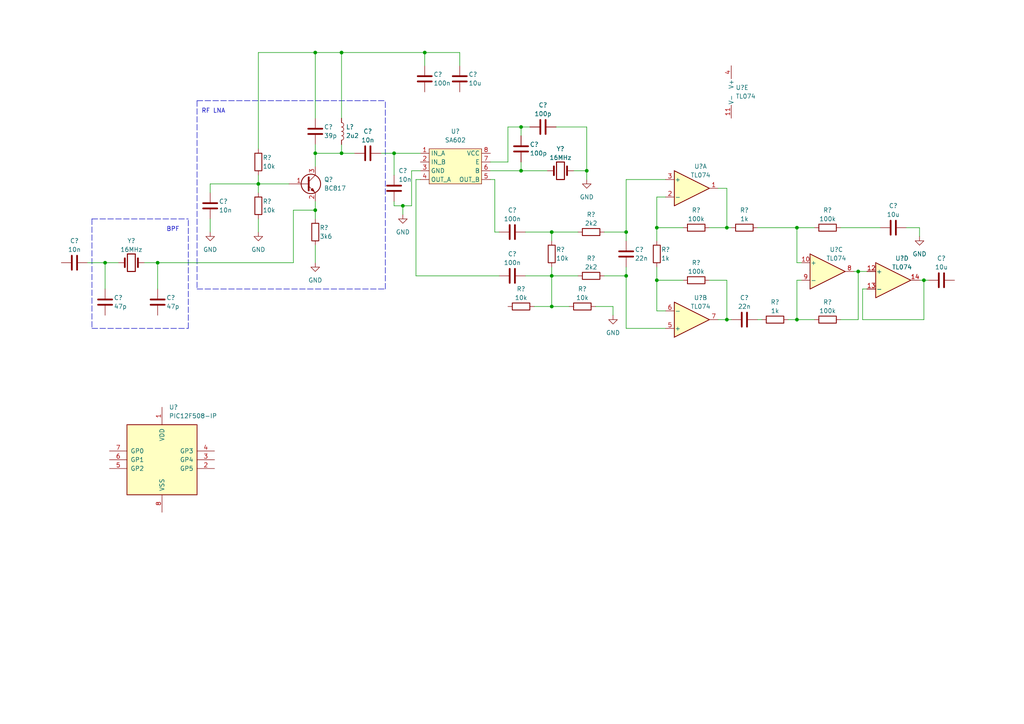
<source format=kicad_sch>
(kicad_sch (version 20211123) (generator eeschema)
  (paper "A4")
  (lib_symbols
    (symbol "Amplifier_Operational:TL074" (pin_names (offset 0.127))
      (property "Reference" "U" (at 0 5.08 0))
      (property "Value" "TL074" (at 0 -5.08 0))
      (symbol "TL074_1_1"
        (polyline (pts (xy -5.08 5.08) (xy 5.08 0) (xy -5.08 -5.08) (xy -5.08 5.08)) (stroke (width 0.254)) (fill (type background)))
        (pin output line (at 7.62 0 180) (length 2.54) (name "~") (number "1"))
        (pin input line (at -7.62 -2.54 0) (length 2.54) (name "-") (number "2"))
        (pin input line (at -7.62 2.54 0) (length 2.54) (name "+") (number "3"))
      )
      (symbol "TL074_2_1"
        (polyline (pts (xy -5.08 5.08) (xy 5.08 0) (xy -5.08 -5.08) (xy -5.08 5.08)) (stroke (width 0.254)) (fill (type background)))
        (pin input line (at -7.62 2.54 0) (length 2.54) (name "+") (number "5"))
        (pin input line (at -7.62 -2.54 0) (length 2.54) (name "-") (number "6"))
        (pin output line (at 7.62 0 180) (length 2.54) (name "~") (number "7"))
      )
      (symbol "TL074_3_1"
        (polyline (pts (xy -5.08 5.08) (xy 5.08 0) (xy -5.08 -5.08) (xy -5.08 5.08)) (stroke (width 0.254)) (fill (type background)))
        (pin input line (at -7.62 2.54 0) (length 2.54) (name "+") (number "10"))
        (pin output line (at 7.62 0 180) (length 2.54) (name "~") (number "8"))
        (pin input line (at -7.62 -2.54 0) (length 2.54) (name "-") (number "9"))
      )
      (symbol "TL074_4_1"
        (polyline (pts (xy -5.08 5.08) (xy 5.08 0) (xy -5.08 -5.08) (xy -5.08 5.08)) (stroke (width 0.254)) (fill (type background)))
        (pin input line (at -7.62 2.54 0) (length 2.54) (name "+") (number "12"))
        (pin input line (at -7.62 -2.54 0) (length 2.54) (name "-") (number "13"))
        (pin output line (at 7.62 0 180) (length 2.54) (name "~") (number "14"))
      )
      (symbol "TL074_5_1"
        (pin power_in line (at -2.54 -7.62 90) (length 3.81) (name "V-") (number "11"))
        (pin power_in line (at -2.54 7.62 270) (length 3.81) (name "V+") (number "4"))
      )
    )
    (symbol "Device:C" (pin_numbers hide) (pin_names (offset 0.254))
      (property "Reference" "C" (at 0.635 2.54 0))
      (property "Value" "C" (at 0.635 -2.54 0))
      (symbol "C_0_1"
        (polyline (pts (xy -2.032 -0.762) (xy 2.032 -0.762)) (stroke (width 0.508)))
        (polyline (pts (xy -2.032 0.762) (xy 2.032 0.762)) (stroke (width 0.508)))
      )
      (symbol "C_1_1"
        (pin passive line (at 0 3.81 270) (length 2.794) (name "~") (number "1"))
        (pin passive line (at 0 -3.81 90) (length 2.794) (name "~") (number "2"))
      )
    )
    (symbol "Device:Crystal" (pin_numbers hide) (pin_names (offset 1.016) hide)
      (property "Reference" "Y" (at 0 3.81 0))
      (property "Value" "Crystal" (at 0 -3.81 0))
      (symbol "Crystal_0_1"
        (rectangle (start -1.143 2.54) (end 1.143 -2.54) (stroke (width 0.3048)))
        (polyline (pts (xy -2.54 0) (xy -1.905 0)))
        (polyline (pts (xy -1.905 -1.27) (xy -1.905 1.27)) (stroke (width 0.508)))
        (polyline (pts (xy 1.905 -1.27) (xy 1.905 1.27)) (stroke (width 0.508)))
        (polyline (pts (xy 2.54 0) (xy 1.905 0)))
      )
      (symbol "Crystal_1_1"
        (pin passive line (at -3.81 0 0) (length 1.27) (name "1") (number "1"))
        (pin passive line (at 3.81 0 180) (length 1.27) (name "2") (number "2"))
      )
    )
    (symbol "Device:L" (pin_numbers hide) (pin_names (offset 1.016) hide)
      (property "Reference" "L" (at -1.27 0 90))
      (property "Value" "L" (at 1.905 0 90))
      (symbol "L_0_1"
        (arc (start 0 -2.54) (mid 0.635 -1.905) (end 0 -1.27))
        (arc (start 0 -1.27) (mid 0.635 -0.635) (end 0 0))
        (arc (start 0 0) (mid 0.635 0.635) (end 0 1.27))
        (arc (start 0 1.27) (mid 0.635 1.905) (end 0 2.54))
      )
      (symbol "L_1_1"
        (pin passive line (at 0 3.81 270) (length 1.27) (name "1") (number "1"))
        (pin passive line (at 0 -3.81 90) (length 1.27) (name "2") (number "2"))
      )
    )
    (symbol "Device:R" (pin_numbers hide) (pin_names (offset 0))
      (property "Reference" "R" (at 2.032 0 90))
      (property "Value" "R" (at 0 0 90))
      (symbol "R_0_1"
        (rectangle (start -1.016 -2.54) (end 1.016 2.54) (stroke (width 0.254)))
      )
      (symbol "R_1_1"
        (pin passive line (at 0 3.81 270) (length 1.27) (name "~") (number "1"))
        (pin passive line (at 0 -3.81 90) (length 1.27) (name "~") (number "2"))
      )
    )
    (symbol "MCU_Microchip_PIC12:PIC12F508-IP" (pin_names (offset 1.016))
      (property "Reference" "U" (at 1.27 13.97 0))
      (property "Value" "PIC12F508-IP" (at 1.27 11.43 0))
      (symbol "PIC12F508-IP_0_1"
        (rectangle (start 10.16 -10.16) (end -10.16 10.16) (stroke (width 0.254)) (fill (type background)))
      )
      (symbol "PIC12F508-IP_1_1"
        (pin power_in line (at 0 15.24 270) (length 5.08) (name "VDD") (number "1"))
        (pin bidirectional line (at 15.24 -2.54 180) (length 5.08) (name "GP5") (number "2"))
        (pin bidirectional line (at 15.24 0 180) (length 5.08) (name "GP4") (number "3"))
        (pin input line (at 15.24 2.54 180) (length 5.08) (name "GP3") (number "4"))
        (pin bidirectional line (at -15.24 -2.54 0) (length 5.08) (name "GP2") (number "5"))
        (pin bidirectional line (at -15.24 0 0) (length 5.08) (name "GP1") (number "6"))
        (pin bidirectional line (at -15.24 2.54 0) (length 5.08) (name "GP0") (number "7"))
        (pin power_in line (at 0 -15.24 90) (length 5.08) (name "VSS") (number "8"))
      )
    )
    (symbol "Transistor_BJT:BC817" (pin_names (offset 0) hide)
      (property "Reference" "Q" (at 5.08 1.905 0))
      (property "Value" "BC817" (at 5.08 0 0))
      (symbol "BC817_0_1"
        (polyline (pts (xy 0.635 0.635) (xy 2.54 2.54)))
        (polyline (pts (xy 0.635 -0.635) (xy 2.54 -2.54) (xy 2.54 -2.54)))
        (polyline (pts (xy 0.635 1.905) (xy 0.635 -1.905) (xy 0.635 -1.905)) (stroke (width 0.508)))
        (polyline (pts (xy 1.27 -1.778) (xy 1.778 -1.27) (xy 2.286 -2.286) (xy 1.27 -1.778) (xy 1.27 -1.778)) (fill (type outline)))
        (circle (center 1.27 0) (radius 2.8194) (stroke (width 0.254)))
      )
      (symbol "BC817_1_1"
        (pin input line (at -5.08 0 0) (length 5.715) (name "B") (number "1"))
        (pin passive line (at 2.54 -5.08 90) (length 2.54) (name "E") (number "2"))
        (pin passive line (at 2.54 5.08 270) (length 2.54) (name "C") (number "3"))
      )
    )
    (symbol "bpsk_symbols:SA602"
      (property "Reference" "U" (at 0 6.35 0))
      (property "Value" "SA602" (at 0 -6.35 0))
      (symbol "SA602_0_1"
        (rectangle (start -7.62 5.08) (end 7.62 -5.08) (fill (type background)))
      )
      (symbol "SA602_1_1"
        (pin input line (at -10.16 3.81 0) (length 2.54) (name "IN_A") (number "1"))
        (pin input line (at -10.16 1.27 0) (length 2.54) (name "IN_B") (number "2"))
        (pin power_in line (at -10.16 -1.27 0) (length 2.54) (name "GND") (number "3"))
        (pin output line (at -10.16 -3.81 0) (length 2.54) (name "OUT_A") (number "4"))
        (pin output line (at 10.16 -3.81 180) (length 2.54) (name "OUT_B") (number "5"))
        (pin input line (at 10.16 -1.27 180) (length 2.54) (name "B") (number "6"))
        (pin output line (at 10.16 1.27 180) (length 2.54) (name "E") (number "7"))
        (pin power_in line (at 10.16 3.81 180) (length 2.54) (name "VCC") (number "8"))
      )
    )
    (symbol "power:GND" (power) (pin_names (offset 0))
      (property "Value" "GND" (at 0 -3.81 0))
      (symbol "GND_0_1"
        (polyline (pts (xy 0 0) (xy 0 -1.27) (xy 1.27 -1.27) (xy 0 -2.54) (xy -1.27 -1.27) (xy 0 -1.27)))
      )
      (symbol "GND_1_1"
        (pin power_in line (at 0 0 270) (length 0) hide (name "GND") (number "1"))
      )
    )
  )
  (junction (at 210.82 92.71))
  (junction (at 181.61 80.01))
  (junction (at 170.18 49.53))
  (junction (at 231.14 92.71))
  (junction (at 210.82 66.04))
  (junction (at 45.72 76.2))
  (junction (at 267.97 81.28))
  (junction (at 99.06 15.24))
  (junction (at 160.02 67.31))
  (junction (at 30.48 76.2))
  (junction (at 160.02 88.9))
  (junction (at 91.44 60.96))
  (junction (at 116.84 59.69))
  (junction (at 231.14 66.04))
  (junction (at 190.5 66.04))
  (junction (at 91.44 44.45))
  (junction (at 123.19 15.24))
  (junction (at 151.13 36.83))
  (junction (at 99.06 44.45))
  (junction (at 181.61 67.31))
  (junction (at 91.44 15.24))
  (junction (at 74.93 53.34))
  (junction (at 114.3 44.45))
  (junction (at 160.02 80.01))
  (junction (at 151.13 49.53))
  (junction (at 190.5 81.28))
  (junction (at 248.92 78.74))
  (wire (pts (xy 152.4 67.31) (xy 160.02 67.31)))
  (wire (pts (xy 175.26 67.31) (xy 181.61 67.31)))
  (wire (pts (xy 205.74 81.28) (xy 210.82 81.28)))
  (wire (pts (xy 85.09 76.2) (xy 85.09 60.96)))
  (wire (pts (xy 232.41 81.28) (xy 231.14 81.28)))
  (wire (pts (xy 142.24 49.53) (xy 151.13 49.53)))
  (wire (pts (xy 151.13 36.83) (xy 153.67 36.83)))
  (wire (pts (xy 123.19 15.24) (xy 133.35 15.24)))
  (wire (pts (xy 266.7 66.04) (xy 266.7 68.58)))
  (wire (pts (xy 181.61 80.01) (xy 181.61 77.47)))
  (wire (pts (xy 25.4 76.2) (xy 30.48 76.2)))
  (wire (pts (xy 190.5 90.17) (xy 193.04 90.17)))
  (wire (pts (xy 262.89 66.04) (xy 266.7 66.04)))
  (wire (pts (xy 30.48 76.2) (xy 34.29 76.2)))
  (wire (pts (xy 166.37 49.53) (xy 170.18 49.53)))
  (wire (pts (xy 154.94 88.9) (xy 160.02 88.9)))
  (wire (pts (xy 60.96 55.88) (xy 60.96 53.34)))
  (wire (pts (xy 60.96 53.34) (xy 74.93 53.34)))
  (wire (pts (xy 91.44 44.45) (xy 91.44 48.26)))
  (wire (pts (xy 114.3 44.45) (xy 121.92 44.45)))
  (wire (pts (xy 177.8 88.9) (xy 177.8 91.44)))
  (wire (pts (xy 114.3 58.42) (xy 114.3 59.69)))
  (wire (pts (xy 114.3 59.69) (xy 116.84 59.69)))
  (wire (pts (xy 147.32 46.99) (xy 147.32 36.83)))
  (wire (pts (xy 247.65 78.74) (xy 248.92 78.74)))
  (wire (pts (xy 74.93 43.18) (xy 74.93 15.24)))
  (wire (pts (xy 210.82 92.71) (xy 208.28 92.71)))
  (wire (pts (xy 120.65 80.01) (xy 144.78 80.01)))
  (polyline (pts (xy 26.67 63.5) (xy 54.61 63.5)))
  (wire (pts (xy 45.72 76.2) (xy 45.72 83.82)))
  (wire (pts (xy 172.72 88.9) (xy 177.8 88.9)))
  (wire (pts (xy 232.41 76.2) (xy 231.14 76.2)))
  (wire (pts (xy 41.91 76.2) (xy 45.72 76.2)))
  (wire (pts (xy 143.51 52.07) (xy 143.51 67.31)))
  (wire (pts (xy 116.84 59.69) (xy 116.84 62.23)))
  (wire (pts (xy 60.96 63.5) (xy 60.96 67.31)))
  (wire (pts (xy 151.13 36.83) (xy 151.13 39.37)))
  (wire (pts (xy 210.82 92.71) (xy 212.09 92.71)))
  (wire (pts (xy 160.02 67.31) (xy 160.02 69.85)))
  (wire (pts (xy 91.44 15.24) (xy 99.06 15.24)))
  (wire (pts (xy 165.1 88.9) (xy 160.02 88.9)))
  (wire (pts (xy 248.92 78.74) (xy 251.46 78.74)))
  (wire (pts (xy 74.93 50.8) (xy 74.93 53.34)))
  (polyline (pts (xy 57.15 29.21) (xy 111.76 29.21)))
  (wire (pts (xy 74.93 53.34) (xy 83.82 53.34)))
  (wire (pts (xy 91.44 71.12) (xy 91.44 76.2)))
  (wire (pts (xy 175.26 80.01) (xy 181.61 80.01)))
  (wire (pts (xy 91.44 41.91) (xy 91.44 44.45)))
  (wire (pts (xy 181.61 52.07) (xy 181.61 67.31)))
  (wire (pts (xy 251.46 83.82) (xy 250.19 83.82)))
  (wire (pts (xy 219.71 66.04) (xy 231.14 66.04)))
  (wire (pts (xy 181.61 95.25) (xy 181.61 80.01)))
  (wire (pts (xy 45.72 76.2) (xy 85.09 76.2)))
  (wire (pts (xy 74.93 15.24) (xy 91.44 15.24)))
  (wire (pts (xy 267.97 92.71) (xy 267.97 81.28)))
  (polyline (pts (xy 54.61 95.25) (xy 54.61 63.5)))
  (wire (pts (xy 190.5 77.47) (xy 190.5 81.28)))
  (wire (pts (xy 170.18 49.53) (xy 170.18 52.07)))
  (wire (pts (xy 99.06 44.45) (xy 102.87 44.45)))
  (wire (pts (xy 190.5 66.04) (xy 190.5 57.15)))
  (wire (pts (xy 210.82 81.28) (xy 210.82 92.71)))
  (wire (pts (xy 152.4 80.01) (xy 160.02 80.01)))
  (wire (pts (xy 210.82 66.04) (xy 212.09 66.04)))
  (wire (pts (xy 190.5 66.04) (xy 198.12 66.04)))
  (wire (pts (xy 143.51 67.31) (xy 144.78 67.31)))
  (wire (pts (xy 151.13 49.53) (xy 158.75 49.53)))
  (wire (pts (xy 210.82 66.04) (xy 210.82 54.61)))
  (wire (pts (xy 170.18 36.83) (xy 170.18 49.53)))
  (wire (pts (xy 190.5 81.28) (xy 198.12 81.28)))
  (wire (pts (xy 267.97 81.28) (xy 266.7 81.28)))
  (wire (pts (xy 160.02 88.9) (xy 160.02 80.01)))
  (wire (pts (xy 121.92 49.53) (xy 119.38 49.53)))
  (wire (pts (xy 74.93 53.34) (xy 74.93 55.88)))
  (wire (pts (xy 119.38 49.53) (xy 119.38 59.69)))
  (wire (pts (xy 248.92 92.71) (xy 248.92 78.74)))
  (wire (pts (xy 250.19 92.71) (xy 267.97 92.71)))
  (wire (pts (xy 193.04 95.25) (xy 181.61 95.25)))
  (wire (pts (xy 231.14 76.2) (xy 231.14 66.04)))
  (wire (pts (xy 74.93 63.5) (xy 74.93 67.31)))
  (wire (pts (xy 133.35 15.24) (xy 133.35 19.05)))
  (wire (pts (xy 210.82 54.61) (xy 208.28 54.61)))
  (wire (pts (xy 30.48 76.2) (xy 30.48 83.82)))
  (wire (pts (xy 99.06 15.24) (xy 123.19 15.24)))
  (wire (pts (xy 243.84 92.71) (xy 248.92 92.71)))
  (wire (pts (xy 121.92 52.07) (xy 120.65 52.07)))
  (wire (pts (xy 99.06 15.24) (xy 99.06 34.29)))
  (wire (pts (xy 231.14 66.04) (xy 236.22 66.04)))
  (wire (pts (xy 243.84 66.04) (xy 255.27 66.04)))
  (wire (pts (xy 120.65 52.07) (xy 120.65 80.01)))
  (wire (pts (xy 231.14 81.28) (xy 231.14 92.71)))
  (wire (pts (xy 228.6 92.71) (xy 231.14 92.71)))
  (wire (pts (xy 91.44 60.96) (xy 91.44 63.5)))
  (wire (pts (xy 151.13 46.99) (xy 151.13 49.53)))
  (wire (pts (xy 123.19 15.24) (xy 123.19 19.05)))
  (wire (pts (xy 205.74 66.04) (xy 210.82 66.04)))
  (wire (pts (xy 142.24 46.99) (xy 147.32 46.99)))
  (wire (pts (xy 190.5 81.28) (xy 190.5 90.17)))
  (wire (pts (xy 160.02 77.47) (xy 160.02 80.01)))
  (wire (pts (xy 267.97 81.28) (xy 269.24 81.28)))
  (wire (pts (xy 110.49 44.45) (xy 114.3 44.45)))
  (wire (pts (xy 91.44 15.24) (xy 91.44 34.29)))
  (wire (pts (xy 85.09 60.96) (xy 91.44 60.96)))
  (wire (pts (xy 116.84 59.69) (xy 119.38 59.69)))
  (wire (pts (xy 114.3 44.45) (xy 114.3 50.8)))
  (wire (pts (xy 181.61 67.31) (xy 181.61 69.85)))
  (wire (pts (xy 99.06 41.91) (xy 99.06 44.45)))
  (wire (pts (xy 190.5 57.15) (xy 193.04 57.15)))
  (polyline (pts (xy 26.67 63.5) (xy 26.67 95.25)))
  (wire (pts (xy 161.29 36.83) (xy 170.18 36.83)))
  (wire (pts (xy 219.71 92.71) (xy 220.98 92.71)))
  (wire (pts (xy 190.5 69.85) (xy 190.5 66.04)))
  (wire (pts (xy 193.04 52.07) (xy 181.61 52.07)))
  (polyline (pts (xy 26.67 95.25) (xy 54.61 95.25)))
  (polyline (pts (xy 57.15 83.82) (xy 111.76 83.82)))
  (wire (pts (xy 231.14 92.71) (xy 236.22 92.71)))
  (wire (pts (xy 99.06 44.45) (xy 91.44 44.45)))
  (wire (pts (xy 142.24 52.07) (xy 143.51 52.07)))
  (wire (pts (xy 160.02 67.31) (xy 167.64 67.31)))
  (wire (pts (xy 91.44 58.42) (xy 91.44 60.96)))
  (polyline (pts (xy 111.76 83.82) (xy 111.76 29.21)))
  (polyline (pts (xy 57.15 29.21) (xy 57.15 83.82)))
  (wire (pts (xy 147.32 36.83) (xy 151.13 36.83)))
  (wire (pts (xy 160.02 80.01) (xy 167.64 80.01)))
  (wire (pts (xy 250.19 83.82) (xy 250.19 92.71)))
  (text "RF LNA" (at 58.42 33.02 0) (effects (font (size 1.27 1.27)) (justify left bottom)))
  (text "BPF" (at 48.26 67.31 0) (effects (font (size 1.27 1.27)) (justify left bottom)))
  (symbol (lib_id "power:GND") (at 177.8 91.44 0) (unit 1)
    (property "Reference" "#PWR?" (effects hide))
    (property "Value" "GND" (at 177.8 96.52 0))
  )
  (symbol (lib_id "Device:R") (at 201.93 66.04 90) (unit 1)
    (property "Reference" "R?" (at 201.93 60.96 90))
    (property "Value" "100k" (at 201.93 63.5 90))
  )
  (symbol (lib_id "Transistor_BJT:BC817") (at 88.9 53.34 0) (unit 1)
    (property "Reference" "Q?" (at 93.98 52.0699 0) (effects (justify left)))
    (property "Value" "BC817" (at 93.98 54.6099 0) (effects (justify left)))
    (property "Footprint" "Package_TO_SOT_SMD:SOT-23" (effects hide))
    (property "Datasheet" "https://www.onsemi.com/pub/Collateral/BC818-D.pdf" (effects hide))
  )
  (symbol (lib_id "Device:R") (at 91.44 67.31 0) (unit 1)
    (property "Reference" "R?" (at 92.71 66.04 0) (effects (justify left)))
    (property "Value" "3k6" (at 92.71 68.58 0) (effects (justify left)))
  )
  (symbol (lib_id "Device:R") (at 168.91 88.9 90) (unit 1)
    (property "Reference" "R?" (at 168.91 83.82 90))
    (property "Value" "10k" (at 168.91 86.36 90))
  )
  (symbol (lib_id "Device:C") (at 148.59 80.01 270) (unit 1)
    (property "Reference" "C?" (at 148.59 73.66 90))
    (property "Value" "100n" (at 148.59 76.2 90))
  )
  (symbol (lib_id "Device:Crystal") (at 38.1 76.2 0) (unit 1)
    (property "Reference" "Y?" (at 38.1 69.85 0))
    (property "Value" "16MHz" (at 38.1 72.39 0))
  )
  (symbol (lib_id "Device:R") (at 74.93 59.69 0) (unit 1)
    (property "Reference" "R?" (at 76.2 58.42 0) (effects (justify left)))
    (property "Value" "10k" (at 76.2 60.96 0) (effects (justify left)))
  )
  (symbol (lib_id "Device:C") (at 273.05 81.28 270) (unit 1)
    (property "Reference" "C?" (at 273.05 74.93 90))
    (property "Value" "10u" (at 273.05 77.47 90))
  )
  (symbol (lib_id "Device:L") (at 99.06 38.1 0) (unit 1)
    (property "Reference" "L?" (at 100.33 36.8299 0) (effects (justify left)))
    (property "Value" "2u2" (at 100.33 39.3699 0) (effects (justify left)))
  )
  (symbol (lib_id "Device:R") (at 151.13 88.9 90) (unit 1)
    (property "Reference" "R?" (at 151.13 83.82 90))
    (property "Value" "10k" (at 151.13 86.36 90))
  )
  (symbol (lib_id "power:GND") (at 91.44 76.2 0) (unit 1)
    (property "Reference" "#PWR?" (effects hide))
    (property "Value" "GND" (at 91.44 81.28 0))
  )
  (symbol (lib_id "Device:R") (at 240.03 92.71 90) (unit 1)
    (property "Reference" "R?" (at 240.03 87.63 90))
    (property "Value" "100k" (at 240.03 90.17 90))
  )
  (symbol (lib_id "Device:R") (at 171.45 80.01 90) (unit 1)
    (property "Reference" "R?" (at 171.45 74.93 90))
    (property "Value" "2k2" (at 171.45 77.47 90))
  )
  (symbol (lib_id "Device:C") (at 60.96 59.69 180) (unit 1)
    (property "Reference" "C?" (at 63.5 58.42 0) (effects (justify right)))
    (property "Value" "10n" (at 63.5 60.96 0) (effects (justify right)))
  )
  (symbol (lib_id "bpsk_symbols:SA602") (at 132.08 48.26 0) (unit 1)
    (property "Reference" "U?" (at 132.08 38.1 0))
    (property "Value" "SA602" (at 132.08 40.64 0))
  )
  (symbol (lib_id "Device:C") (at 114.3 54.61 180) (unit 1)
    (property "Reference" "C?" (at 115.57 49.53 0) (effects (justify right)))
    (property "Value" "10n" (at 115.57 52.07 0) (effects (justify right)))
  )
  (symbol (lib_id "power:GND") (at 74.93 67.31 0) (unit 1)
    (property "Reference" "#PWR?" (effects hide))
    (property "Value" "GND" (at 74.93 72.39 0))
  )
  (symbol (lib_id "Device:R") (at 190.5 73.66 0) (unit 1)
    (property "Reference" "R?" (at 191.77 72.39 0) (effects (justify left)))
    (property "Value" "1k" (at 191.77 74.93 0) (effects (justify left)))
  )
  (symbol (lib_id "Device:C") (at 123.19 22.86 180) (unit 1)
    (property "Reference" "C?" (at 125.73 21.59 0) (effects (justify right)))
    (property "Value" "100n" (at 125.73 24.13 0) (effects (justify right)))
  )
  (symbol (lib_id "Device:C") (at 21.59 76.2 90) (unit 1)
    (property "Reference" "C?" (at 21.59 69.85 90))
    (property "Value" "10n" (at 21.59 72.39 90))
  )
  (symbol (lib_id "Device:R") (at 171.45 67.31 90) (unit 1)
    (property "Reference" "R?" (at 171.45 62.23 90))
    (property "Value" "2k2" (at 171.45 64.77 90))
  )
  (symbol (lib_id "Device:C") (at 30.48 87.63 0) (unit 1)
    (property "Reference" "C?" (at 33.02 86.36 0) (effects (justify left)))
    (property "Value" "47p" (at 33.02 88.9 0) (effects (justify left)))
  )
  (symbol (lib_id "Device:C") (at 215.9 92.71 270) (unit 1)
    (property "Reference" "C?" (at 215.9 86.36 90))
    (property "Value" "22n" (at 215.9 88.9 90))
  )
  (symbol (lib_id "Device:R") (at 74.93 46.99 0) (unit 1)
    (property "Reference" "R?" (at 76.2 45.72 0) (effects (justify left)))
    (property "Value" "10k" (at 76.2 48.26 0) (effects (justify left)))
  )
  (symbol (lib_id "Device:C") (at 133.35 22.86 180) (unit 1)
    (property "Reference" "C?" (at 135.89 21.59 0) (effects (justify right)))
    (property "Value" "10u" (at 135.89 24.13 0) (effects (justify right)))
  )
  (symbol (lib_id "power:GND") (at 266.7 68.58 0) (unit 1)
    (property "Reference" "#PWR?" (effects hide))
    (property "Value" "GND" (at 266.7 73.66 0))
  )
  (symbol (lib_id "Device:C") (at 157.48 36.83 270) (unit 1)
    (property "Reference" "C?" (at 157.48 30.48 90))
    (property "Value" "100p" (at 157.48 33.02 90))
  )
  (symbol (lib_id "Device:Crystal") (at 162.56 49.53 0) (unit 1)
    (property "Reference" "Y?" (at 162.56 43.18 0))
    (property "Value" "16MHz" (at 162.56 45.72 0))
  )
  (symbol (lib_id "power:GND") (at 170.18 52.07 0) (unit 1)
    (property "Reference" "#PWR?" (effects hide))
    (property "Value" "GND" (at 170.18 57.15 0))
  )
  (symbol (lib_id "Device:C") (at 148.59 67.31 270) (unit 1)
    (property "Reference" "C?" (at 148.59 60.96 90))
    (property "Value" "100n" (at 148.59 63.5 90))
  )
  (symbol (lib_id "Amplifier_Operational:TL074") (at 200.66 92.71 0) (mirror x) (unit 2)
    (property "Reference" "U?" (at 203.2 86.36 0))
    (property "Value" "TL074" (at 203.2 88.9 0))
    (property "Datasheet" "http://www.ti.com/lit/ds/symlink/tl071.pdf" (effects hide))
  )
  (symbol (lib_id "Amplifier_Operational:TL074") (at 240.03 78.74 0) (unit 3)
    (property "Reference" "U?" (at 242.57 72.39 0))
    (property "Value" "TL074" (at 242.57 74.93 0))
    (property "Datasheet" "http://www.ti.com/lit/ds/symlink/tl071.pdf" (effects hide))
  )
  (symbol (lib_id "Device:R") (at 160.02 73.66 0) (unit 1)
    (property "Reference" "R?" (at 161.29 72.39 0) (effects (justify left)))
    (property "Value" "10k" (at 161.29 74.93 0) (effects (justify left)))
  )
  (symbol (lib_id "Device:R") (at 201.93 81.28 90) (unit 1)
    (property "Reference" "R?" (at 201.93 76.2 90))
    (property "Value" "100k" (at 201.93 78.74 90))
  )
  (symbol (lib_id "Device:C") (at 45.72 87.63 0) (unit 1)
    (property "Reference" "C?" (at 48.26 86.36 0) (effects (justify left)))
    (property "Value" "47p" (at 48.26 88.9 0) (effects (justify left)))
  )
  (symbol (lib_id "Device:C") (at 181.61 73.66 180) (unit 1)
    (property "Reference" "C?" (at 184.15 72.39 0) (effects (justify right)))
    (property "Value" "22n" (at 184.15 74.93 0) (effects (justify right)))
  )
  (symbol (lib_id "Device:R") (at 224.79 92.71 90) (unit 1)
    (property "Reference" "R?" (at 224.79 87.63 90))
    (property "Value" "1k" (at 224.79 90.17 90))
  )
  (symbol (lib_id "Device:C") (at 106.68 44.45 90) (unit 1)
    (property "Reference" "C?" (at 106.68 38.1 90))
    (property "Value" "10n" (at 106.68 40.64 90))
  )
  (symbol (lib_id "Device:C") (at 151.13 43.18 180) (unit 1)
    (property "Reference" "C?" (at 153.67 41.91 0) (effects (justify right)))
    (property "Value" "100p" (at 153.67 44.45 0) (effects (justify right)))
  )
  (symbol (lib_id "power:GND") (at 116.84 62.23 0) (unit 1)
    (property "Reference" "#PWR?" (effects hide))
    (property "Value" "GND" (at 116.84 67.31 0))
  )
  (symbol (lib_id "Amplifier_Operational:TL074") (at 200.66 54.61 0) (unit 1)
    (property "Reference" "U?" (at 203.2 48.26 0))
    (property "Value" "TL074" (at 203.2 50.8 0))
    (property "Datasheet" "http://www.ti.com/lit/ds/symlink/tl071.pdf" (effects hide))
  )
  (symbol (lib_id "MCU_Microchip_PIC12:PIC12F508-IP") (at 46.99 133.35 0) (unit 1)
    (property "Reference" "U?" (at 49.0094 118.11 0) (effects (justify left)))
    (property "Value" "PIC12F508-IP" (at 49.0094 120.65 0) (effects (justify left)))
    (property "Footprint" "Package_DIP:DIP-8_W7.62mm" (effects hide))
    (property "Datasheet" "http://ww1.microchip.com/downloads/en/DeviceDoc/41236E.pdf" (effects hide))
  )
  (symbol (lib_id "Amplifier_Operational:TL074") (at 259.08 81.28 0) (unit 4)
    (property "Reference" "U?" (at 261.62 74.93 0))
    (property "Value" "TL074" (at 261.62 77.47 0))
    (property "Datasheet" "http://www.ti.com/lit/ds/symlink/tl071.pdf" (effects hide))
  )
  (symbol (lib_id "Device:C") (at 259.08 66.04 270) (unit 1)
    (property "Reference" "C?" (at 259.08 59.69 90))
    (property "Value" "10u" (at 259.08 62.23 90))
  )
  (symbol (lib_id "power:GND") (at 60.96 67.31 0) (unit 1)
    (property "Reference" "#PWR?" (effects hide))
    (property "Value" "GND" (at 60.96 72.39 0))
  )
  (symbol (lib_id "Amplifier_Operational:TL074") (at 214.63 26.67 0) (unit 5)
    (property "Reference" "U?" (at 213.36 25.3999 0) (effects (justify left)))
    (property "Value" "TL074" (at 213.36 27.9399 0) (effects (justify left)))
    (property "Datasheet" "http://www.ti.com/lit/ds/symlink/tl071.pdf" (effects hide))
  )
  (symbol (lib_id "Device:R") (at 215.9 66.04 90) (unit 1)
    (property "Reference" "R?" (at 215.9 60.96 90))
    (property "Value" "1k" (at 215.9 63.5 90))
  )
  (symbol (lib_id "Device:R") (at 240.03 66.04 90) (unit 1)
    (property "Reference" "R?" (at 240.03 60.96 90))
    (property "Value" "100k" (at 240.03 63.5 90))
  )
  (symbol (lib_id "Device:C") (at 91.44 38.1 180) (unit 1)
    (property "Reference" "C?" (at 93.98 36.83 0) (effects (justify right)))
    (property "Value" "39p" (at 93.98 39.37 0) (effects (justify right)))
  )
)
</source>
